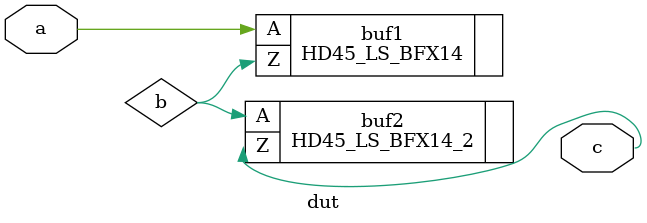
<source format=v>
module dut (a, c);
input a ; 
output  c;
wire b;
HD45_LS_BFX14 buf1 (.Z(b), .A(a));
HD45_LS_BFX14_2 buf2 (.Z(c), .A(b));
endmodule 

</source>
